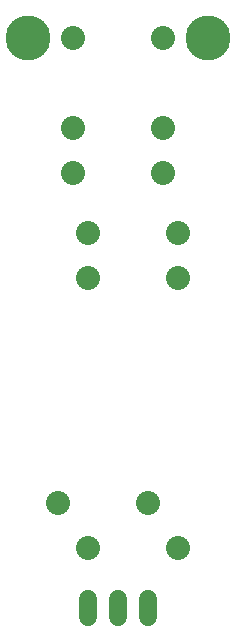
<source format=gbr>
G04 EAGLE Gerber RS-274X export*
G75*
%MOMM*%
%FSLAX34Y34*%
%LPD*%
%INBottom Copper*%
%IPPOS*%
%AMOC8*
5,1,8,0,0,1.08239X$1,22.5*%
G01*
%ADD10C,2.032000*%
%ADD11C,3.810000*%
%ADD12C,1.508000*%


D10*
X83820Y539750D03*
X83820Y463550D03*
X160020Y539750D03*
X160020Y463550D03*
D11*
X45720Y539750D03*
X198120Y539750D03*
D10*
X172720Y107950D03*
X96520Y107950D03*
D12*
X96520Y64690D02*
X96520Y49610D01*
X121920Y49610D02*
X121920Y64690D01*
X147320Y64690D02*
X147320Y49610D01*
D10*
X83820Y425450D03*
X160020Y425450D03*
X96520Y336550D03*
X172720Y336550D03*
X172720Y374650D03*
X96520Y374650D03*
X71120Y146050D03*
X147320Y146050D03*
M02*

</source>
